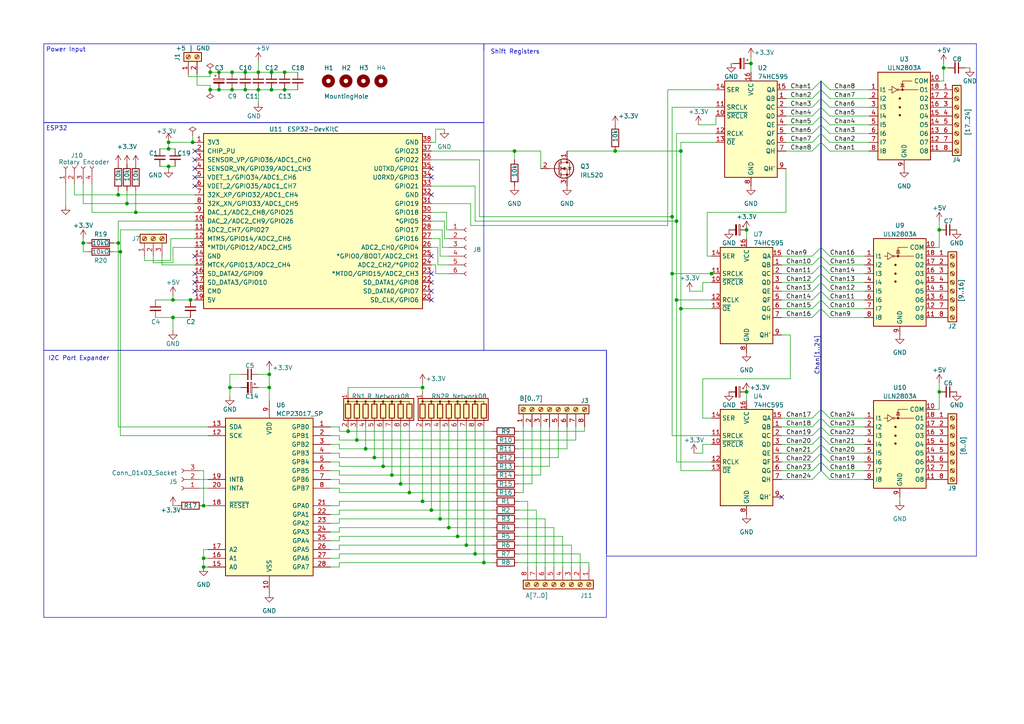
<source format=kicad_sch>
(kicad_sch (version 20230121) (generator eeschema)
  (paper "A4")
  (title_block (title "Workbench Controller") (date "2023-05-29") (rev "V.20230529.02"))
  (junction (at 71.12 26.035))
  (junction (at 137.795 160.655))
  (junction (at 50.165 86.995))
  (junction (at 34.29 70.485))
  (junction (at 48.895 43.18))
  (junction (at 196.215 86.995))
  (junction (at 103.505 127.635))
  (junction (at 197.485 43.815))
  (junction (at 82.55 20.955))
  (junction (at 60.96 20.955))
  (junction (at 55.88 41.275))
  (junction (at 216.535 66.675))
  (junction (at 100.965 125.095))
  (junction (at 34.925 73.025))
  (junction (at 67.31 26.035))
  (junction (at 125.095 147.955))
  (junction (at 78.74 20.955))
  (junction (at 217.805 18.415))
  (junction (at 59.055 164.465))
  (junction (at 135.255 158.115))
  (junction (at 206.375 79.375))
  (junction (at 272.415 113.665))
  (junction (at 60.96 26.035))
  (junction (at 48.895 41.275))
  (junction (at 197.485 89.535))
  (junction (at 59.055 161.925))
  (junction (at 130.175 153.035))
  (junction (at 140.335 163.195))
  (junction (at 273.685 19.685))
  (junction (at 59.055 146.685))
  (junction (at 122.555 145.415))
  (junction (at 127.635 150.495))
  (junction (at 272.415 66.675))
  (junction (at 55.245 86.995))
  (junction (at 82.55 26.035))
  (junction (at 74.93 20.955))
  (junction (at 132.715 155.575))
  (junction (at 194.945 62.865))
  (junction (at 63.5 20.955))
  (junction (at 113.665 137.795))
  (junction (at 71.12 20.955))
  (junction (at 78.105 112.395))
  (junction (at 111.125 135.255))
  (junction (at 216.535 113.665))
  (junction (at 48.895 48.26))
  (junction (at 122.555 112.395))
  (junction (at 194.945 79.375))
  (junction (at 50.165 92.075))
  (junction (at 36.83 59.055))
  (junction (at 74.93 26.035))
  (junction (at 24.13 70.485))
  (junction (at 66.675 112.395))
  (junction (at 106.045 130.175))
  (junction (at 108.585 132.715))
  (junction (at 116.205 140.335))
  (junction (at 178.435 43.815))
  (junction (at 34.29 56.515))
  (junction (at 78.105 108.585))
  (junction (at 63.5 26.035))
  (junction (at 149.225 43.815))
  (junction (at 67.31 20.955))
  (junction (at 118.745 142.875))
  (junction (at 78.74 26.035))
  (junction (at 39.37 61.595))
  (junction (at 196.215 64.135))
  (no_connect (at 56.515 46.355))
  (no_connect (at 56.515 81.915))
  (no_connect (at 56.515 48.895))
  (no_connect (at 56.515 43.815))
  (no_connect (at 125.095 51.435))
  (no_connect (at 125.095 86.995))
  (no_connect (at 56.515 51.435))
  (no_connect (at 125.095 48.895))
  (no_connect (at 125.095 79.375))
  (no_connect (at 125.095 84.455))
  (no_connect (at 56.515 53.975))
  (no_connect (at 56.515 79.375))
  (no_connect (at 56.515 84.455))
  (no_connect (at 125.095 56.515))
  (no_connect (at 56.515 74.295))
  (no_connect (at 226.695 144.145))
  (no_connect (at 125.095 81.915))
  (no_connect (at 125.095 74.295))
  (bus_entry (at 240.665 136.525) (size -2.54 -2.54))
  (bus_entry (at 235.585 38.735) (size 2.54 -2.54))
  (bus_entry (at 240.665 79.375) (size -2.54 -2.54))
  (bus_entry (at 240.665 131.445) (size -2.54 -2.54))
  (bus_entry (at 240.665 84.455) (size -2.54 -2.54))
  (bus_entry (at 235.585 139.065) (size 2.54 -2.54))
  (bus_entry (at 235.585 81.915) (size 2.54 -2.54))
  (bus_entry (at 240.665 89.535) (size -2.54 -2.54))
  (bus_entry (at 235.585 28.575) (size 2.54 -2.54))
  (bus_entry (at 235.585 86.995) (size 2.54 -2.54))
  (bus_entry (at 235.585 36.195) (size 2.54 -2.54))
  (bus_entry (at 235.585 131.445) (size 2.54 -2.54))
  (bus_entry (at 235.585 79.375) (size 2.54 -2.54))
  (bus_entry (at 240.665 128.905) (size -2.54 -2.54))
  (bus_entry (at 235.585 126.365) (size 2.54 -2.54))
  (bus_entry (at 235.585 89.535) (size 2.54 -2.54))
  (bus_entry (at 240.665 36.195) (size -2.54 -2.54))
  (bus_entry (at 235.585 123.825) (size 2.54 -2.54))
  (bus_entry (at 240.665 81.915) (size -2.54 -2.54))
  (bus_entry (at 235.585 84.455) (size 2.54 -2.54))
  (bus_entry (at 240.665 126.365) (size -2.54 -2.54))
  (bus_entry (at 240.665 92.075) (size -2.54 -2.54))
  (bus_entry (at 235.585 76.835) (size 2.54 -2.54))
  (bus_entry (at 235.585 92.075) (size 2.54 -2.54))
  (bus_entry (at 240.665 86.995) (size -2.54 -2.54))
  (bus_entry (at 240.665 31.115) (size -2.54 -2.54))
  (bus_entry (at 240.665 76.835) (size -2.54 -2.54))
  (bus_entry (at 240.665 33.655) (size -2.54 -2.54))
  (bus_entry (at 235.585 128.905) (size 2.54 -2.54))
  (bus_entry (at 235.585 74.295) (size 2.54 -2.54))
  (bus_entry (at 235.585 26.035) (size 2.54 -2.54))
  (bus_entry (at 235.585 121.285) (size 2.54 -2.54))
  (bus_entry (at 240.665 139.065) (size -2.54 -2.54))
  (bus_entry (at 240.665 28.575) (size -2.54 -2.54))
  (bus_entry (at 235.585 136.525) (size 2.54 -2.54))
  (bus_entry (at 235.585 43.815) (size 2.54 -2.54))
  (bus_entry (at 235.585 33.655) (size 2.54 -2.54))
  (bus_entry (at 235.585 41.275) (size 2.54 -2.54))
  (bus_entry (at 240.665 38.735) (size -2.54 -2.54))
  (bus_entry (at 235.585 133.985) (size 2.54 -2.54))
  (bus_entry (at 240.665 121.285) (size -2.54 -2.54))
  (bus_entry (at 240.665 74.295) (size -2.54 -2.54))
  (bus_entry (at 240.665 41.275) (size -2.54 -2.54))
  (bus_entry (at 240.665 26.035) (size -2.54 -2.54))
  (bus_entry (at 240.665 133.985) (size -2.54 -2.54))
  (bus_entry (at 235.585 31.115) (size 2.54 -2.54))
  (bus_entry (at 240.665 123.825) (size -2.54 -2.54))
  (bus_entry (at 240.665 43.815) (size -2.54 -2.54))
  (bus (pts (xy 238.125 128.905) (xy 238.125 126.365)))
  (wire (pts (xy 273.685 18.415) (xy 273.685 19.685)))
  (wire (pts (xy 137.795 160.655) (xy 142.875 160.655)))
  (wire (pts (xy 151.765 142.875) (xy 150.495 142.875)))
  (wire (pts (xy 216.535 113.665) (xy 216.535 116.205)))
  (wire (pts (xy 137.795 64.135) (xy 196.215 64.135)))
  (wire (pts (xy 36.83 59.055) (xy 56.515 59.055)))
  (wire (pts (xy 98.425 156.845) (xy 95.885 156.845)))
  (wire (pts (xy 95.885 154.305) (xy 98.425 154.305)))
  (bus (pts (xy 238.125 84.455) (xy 238.125 81.915)))
  (wire (pts (xy 60.96 24.765) (xy 60.96 26.035)))
  (wire (pts (xy 226.695 76.835) (xy 235.585 76.835)))
  (wire (pts (xy 116.205 140.335) (xy 142.875 140.335)))
  (wire (pts (xy 125.095 71.755) (xy 127 71.755)))
  (wire (pts (xy 128.905 64.135) (xy 125.095 64.135)))
  (wire (pts (xy 59.055 136.525) (xy 57.785 136.525)))
  (wire (pts (xy 197.485 136.525) (xy 206.375 136.525)))
  (bus (pts (xy 238.125 89.535) (xy 238.125 86.995)))
  (polyline (pts (xy 283.21 161.29) (xy 283.21 12.7)))
  (wire (pts (xy 197.485 89.535) (xy 206.375 89.535)))
  (wire (pts (xy 48.895 43.18) (xy 50.8 43.18)))
  (wire (pts (xy 74.93 108.585) (xy 78.105 108.585)))
  (wire (pts (xy 98.425 158.115) (xy 135.255 158.115)))
  (wire (pts (xy 240.665 136.525) (xy 250.825 136.525)))
  (wire (pts (xy 227.965 33.655) (xy 235.585 33.655)))
  (bus (pts (xy 238.125 133.985) (xy 238.125 131.445)))
  (wire (pts (xy 164.465 123.825) (xy 164.465 130.175)))
  (wire (pts (xy 98.425 160.655) (xy 98.425 161.925)))
  (wire (pts (xy 127.635 150.495) (xy 142.875 150.495)))
  (wire (pts (xy 203.835 121.285) (xy 206.375 121.285)))
  (wire (pts (xy 106.045 123.825) (xy 106.045 130.175)))
  (wire (pts (xy 103.505 123.825) (xy 103.505 127.635)))
  (wire (pts (xy 63.5 20.955) (xy 67.31 20.955)))
  (wire (pts (xy 95.885 133.985) (xy 98.425 133.985)))
  (wire (pts (xy 197.485 43.815) (xy 197.485 89.535)))
  (wire (pts (xy 103.505 127.635) (xy 142.875 127.635)))
  (wire (pts (xy 167.005 127.635) (xy 150.495 127.635)))
  (wire (pts (xy 44.45 76.2) (xy 44.45 74.295)))
  (wire (pts (xy 194.945 79.375) (xy 206.375 79.375)))
  (wire (pts (xy 126.365 79.375) (xy 130.175 79.375)))
  (wire (pts (xy 98.425 145.415) (xy 98.425 146.685)))
  (wire (pts (xy 34.29 64.135) (xy 56.515 64.135)))
  (wire (pts (xy 46.355 48.26) (xy 48.895 48.26)))
  (wire (pts (xy 127.635 123.825) (xy 127.635 150.495)))
  (wire (pts (xy 154.305 140.335) (xy 154.305 123.825)))
  (wire (pts (xy 227.965 28.575) (xy 235.585 28.575)))
  (wire (pts (xy 168.275 164.465) (xy 168.275 160.655)))
  (wire (pts (xy 273.685 19.685) (xy 273.685 23.495)))
  (bus (pts (xy 238.125 79.375) (xy 238.125 76.835)))
  (wire (pts (xy 50.165 76.2) (xy 44.45 76.2)))
  (wire (pts (xy 74.93 20.955) (xy 78.74 20.955)))
  (wire (pts (xy 126.365 37.465) (xy 126.365 41.275)))
  (wire (pts (xy 194.945 62.865) (xy 194.945 79.375)))
  (wire (pts (xy 216.535 66.675) (xy 216.535 69.215)))
  (wire (pts (xy 24.13 70.485) (xy 24.13 73.025)))
  (wire (pts (xy 113.665 123.825) (xy 113.665 137.795)))
  (wire (pts (xy 98.425 137.795) (xy 113.665 137.795)))
  (wire (pts (xy 163.195 155.575) (xy 150.495 155.575)))
  (wire (pts (xy 122.555 123.825) (xy 122.555 145.415)))
  (wire (pts (xy 116.205 123.825) (xy 116.205 140.335)))
  (wire (pts (xy 78.74 26.035) (xy 82.55 26.035)))
  (wire (pts (xy 217.805 18.415) (xy 217.805 20.955)))
  (wire (pts (xy 98.425 130.175) (xy 106.045 130.175)))
  (wire (pts (xy 98.425 139.065) (xy 98.425 140.335)))
  (wire (pts (xy 122.555 112.395) (xy 122.555 113.665)))
  (wire (pts (xy 98.425 155.575) (xy 98.425 156.845)))
  (wire (pts (xy 34.29 70.485) (xy 34.29 123.825)))
  (wire (pts (xy 205.105 74.295) (xy 206.375 74.295)))
  (bus (pts (xy 238.125 76.835) (xy 238.125 74.295)))
  (wire (pts (xy 108.585 123.825) (xy 108.585 132.715)))
  (wire (pts (xy 50.165 71.755) (xy 50.165 76.2)))
  (wire (pts (xy 229.235 109.855) (xy 203.835 109.855)))
  (wire (pts (xy 194.945 31.115) (xy 194.945 62.865)))
  (wire (pts (xy 240.665 131.445) (xy 250.825 131.445)))
  (wire (pts (xy 46.99 76.835) (xy 56.515 76.835)))
  (wire (pts (xy 128.905 37.465) (xy 126.365 37.465)))
  (bus (pts (xy 238.125 81.915) (xy 238.125 79.375)))
  (wire (pts (xy 125.095 76.835) (xy 126.365 76.835)))
  (wire (pts (xy 240.665 121.285) (xy 250.825 121.285)))
  (wire (pts (xy 50.165 85.725) (xy 50.165 86.995)))
  (wire (pts (xy 196.215 86.995) (xy 206.375 86.995)))
  (wire (pts (xy 55.88 39.37) (xy 55.88 41.275)))
  (bus (pts (xy 238.125 131.445) (xy 238.125 128.905)))
  (wire (pts (xy 226.695 133.985) (xy 235.585 133.985)))
  (wire (pts (xy 113.665 137.795) (xy 142.875 137.795)))
  (wire (pts (xy 66.675 108.585) (xy 66.675 112.395)))
  (wire (pts (xy 98.425 153.035) (xy 130.175 153.035)))
  (wire (pts (xy 129.54 66.675) (xy 130.175 66.675)))
  (wire (pts (xy 59.055 146.685) (xy 59.055 136.525)))
  (wire (pts (xy 39.37 61.595) (xy 56.515 61.595)))
  (wire (pts (xy 98.425 160.655) (xy 137.795 160.655)))
  (bus (pts (xy 238.125 41.275) (xy 238.125 71.755)))
  (wire (pts (xy 240.665 126.365) (xy 250.825 126.365)))
  (wire (pts (xy 125.095 69.215) (xy 127.635 69.215)))
  (wire (pts (xy 160.655 153.035) (xy 150.495 153.035)))
  (wire (pts (xy 272.415 111.125) (xy 272.415 113.665)))
  (wire (pts (xy 130.175 123.825) (xy 130.175 153.035)))
  (wire (pts (xy 125.095 123.825) (xy 125.095 147.955)))
  (wire (pts (xy 46.99 74.295) (xy 46.99 76.835)))
  (wire (pts (xy 57.15 21.59) (xy 57.15 24.765)))
  (wire (pts (xy 226.695 136.525) (xy 235.585 136.525)))
  (wire (pts (xy 272.415 23.495) (xy 273.685 23.495)))
  (polyline (pts (xy 140.335 12.7) (xy 140.335 14.605)))
  (wire (pts (xy 154.305 140.335) (xy 150.495 140.335)))
  (wire (pts (xy 82.55 26.035) (xy 86.36 26.035)))
  (wire (pts (xy 34.29 64.135) (xy 34.29 70.485)))
  (wire (pts (xy 226.695 121.285) (xy 235.585 121.285)))
  (wire (pts (xy 98.425 154.305) (xy 98.425 153.035)))
  (wire (pts (xy 200.025 84.455) (xy 203.835 84.455)))
  (wire (pts (xy 240.665 79.375) (xy 250.825 79.375)))
  (wire (pts (xy 98.425 141.605) (xy 98.425 142.875)))
  (wire (pts (xy 207.645 33.655) (xy 207.645 36.195)))
  (wire (pts (xy 98.425 140.335) (xy 116.205 140.335)))
  (wire (pts (xy 24.13 69.215) (xy 24.13 70.485)))
  (wire (pts (xy 98.425 161.925) (xy 95.885 161.925)))
  (wire (pts (xy 132.715 123.825) (xy 132.715 155.575)))
  (wire (pts (xy 111.125 135.255) (xy 142.875 135.255)))
  (wire (pts (xy 160.655 164.465) (xy 160.655 153.035)))
  (bus (pts (xy 238.125 136.525) (xy 238.125 133.985)))
  (wire (pts (xy 167.005 123.825) (xy 167.005 127.635)))
  (bus (pts (xy 238.125 86.995) (xy 238.125 84.455)))
  (wire (pts (xy 271.145 71.755) (xy 272.415 71.755)))
  (wire (pts (xy 66.675 112.395) (xy 66.675 114.935)))
  (wire (pts (xy 98.425 123.825) (xy 98.425 125.095)))
  (wire (pts (xy 126.365 76.835) (xy 126.365 79.375)))
  (wire (pts (xy 74.93 17.78) (xy 74.93 20.955)))
  (wire (pts (xy 128.905 69.215) (xy 128.905 64.135)))
  (wire (pts (xy 95.885 131.445) (xy 98.425 131.445)))
  (wire (pts (xy 196.215 86.995) (xy 196.215 133.985)))
  (wire (pts (xy 125.095 43.815) (xy 149.225 43.815)))
  (wire (pts (xy 205.105 61.595) (xy 227.965 61.595)))
  (wire (pts (xy 26.67 53.34) (xy 26.67 61.595)))
  (wire (pts (xy 207.645 79.375) (xy 206.375 79.375)))
  (wire (pts (xy 122.555 111.125) (xy 122.555 112.395)))
  (polyline (pts (xy 175.895 101.6) (xy 175.895 160.655)))
  (wire (pts (xy 122.555 145.415) (xy 142.875 145.415)))
  (wire (pts (xy 78.105 112.395) (xy 78.105 116.205)))
  (bus (pts (xy 238.125 36.195) (xy 238.125 33.655)))
  (wire (pts (xy 125.095 147.955) (xy 142.875 147.955)))
  (wire (pts (xy 240.665 26.035) (xy 252.095 26.035)))
  (wire (pts (xy 155.575 147.955) (xy 150.495 147.955)))
  (wire (pts (xy 240.665 36.195) (xy 252.095 36.195)))
  (polyline (pts (xy 283.21 12.7) (xy 140.335 12.7)))
  (wire (pts (xy 34.925 73.025) (xy 34.925 126.365)))
  (wire (pts (xy 82.55 20.955) (xy 86.36 20.955)))
  (wire (pts (xy 193.675 26.035) (xy 193.675 65.405)))
  (wire (pts (xy 240.665 81.915) (xy 250.825 81.915)))
  (wire (pts (xy 260.985 144.145) (xy 260.985 145.415)))
  (wire (pts (xy 46.355 43.18) (xy 48.895 43.18)))
  (wire (pts (xy 48.895 48.895) (xy 48.895 48.26)))
  (wire (pts (xy 272.415 113.665) (xy 272.415 118.745)))
  (wire (pts (xy 21.59 53.34) (xy 21.59 56.515)))
  (wire (pts (xy 55.88 41.275) (xy 56.515 41.275)))
  (wire (pts (xy 139.065 62.865) (xy 194.945 62.865)))
  (wire (pts (xy 45.085 86.995) (xy 50.165 86.995)))
  (wire (pts (xy 161.925 132.715) (xy 150.495 132.715)))
  (wire (pts (xy 127 71.755) (xy 127 76.835)))
  (wire (pts (xy 60.96 26.035) (xy 63.5 26.035)))
  (bus (pts (xy 238.125 89.535) (xy 238.125 118.745)))
  (polyline (pts (xy 140.335 101.6) (xy 175.895 101.6)))
  (wire (pts (xy 125.095 53.975) (xy 137.795 53.975)))
  (wire (pts (xy 98.425 142.875) (xy 118.745 142.875)))
  (wire (pts (xy 136.525 65.405) (xy 193.675 65.405)))
  (wire (pts (xy 95.885 164.465) (xy 98.425 164.465)))
  (wire (pts (xy 51.435 146.685) (xy 50.165 146.685)))
  (bus (pts (xy 238.125 126.365) (xy 238.125 123.825)))
  (wire (pts (xy 59.055 146.685) (xy 60.325 146.685)))
  (wire (pts (xy 153.035 164.465) (xy 153.035 145.415)))
  (wire (pts (xy 156.845 43.815) (xy 156.845 48.895)))
  (wire (pts (xy 39.37 55.245) (xy 39.37 61.595)))
  (wire (pts (xy 194.945 126.365) (xy 206.375 126.365)))
  (wire (pts (xy 127 76.835) (xy 130.175 76.835)))
  (wire (pts (xy 98.425 159.385) (xy 98.425 158.115)))
  (wire (pts (xy 156.845 137.795) (xy 150.495 137.795)))
  (wire (pts (xy 118.745 123.825) (xy 118.745 142.875)))
  (wire (pts (xy 272.415 64.135) (xy 272.415 66.675)))
  (wire (pts (xy 137.795 123.825) (xy 137.795 160.655)))
  (wire (pts (xy 126.365 41.275) (xy 125.095 41.275)))
  (wire (pts (xy 98.425 132.715) (xy 108.585 132.715)))
  (wire (pts (xy 240.665 128.905) (xy 250.825 128.905)))
  (wire (pts (xy 48.895 41.275) (xy 55.88 41.275)))
  (wire (pts (xy 98.425 128.905) (xy 98.425 130.175)))
  (wire (pts (xy 274.955 19.685) (xy 273.685 19.685)))
  (wire (pts (xy 226.695 79.375) (xy 235.585 79.375)))
  (wire (pts (xy 240.665 89.535) (xy 250.825 89.535)))
  (wire (pts (xy 50.165 86.995) (xy 55.245 86.995)))
  (wire (pts (xy 158.115 164.465) (xy 158.115 150.495)))
  (wire (pts (xy 226.695 74.295) (xy 235.585 74.295)))
  (wire (pts (xy 36.83 55.245) (xy 36.83 59.055)))
  (wire (pts (xy 60.96 22.225) (xy 60.96 20.955)))
  (wire (pts (xy 194.945 79.375) (xy 194.945 126.365)))
  (wire (pts (xy 207.645 36.195) (xy 202.565 36.195)))
  (wire (pts (xy 98.425 126.365) (xy 98.425 127.635)))
  (wire (pts (xy 55.245 86.995) (xy 56.515 86.995)))
  (wire (pts (xy 78.105 108.585) (xy 78.105 112.395)))
  (wire (pts (xy 196.215 38.735) (xy 196.215 64.135)))
  (wire (pts (xy 34.29 123.825) (xy 60.325 123.825)))
  (bus (pts (xy 238.125 38.735) (xy 238.125 36.195)))
  (wire (pts (xy 34.29 55.245) (xy 34.29 56.515)))
  (wire (pts (xy 203.835 131.445) (xy 201.295 131.445)))
  (wire (pts (xy 130.175 69.215) (xy 128.905 69.215)))
  (wire (pts (xy 226.695 131.445) (xy 235.585 131.445)))
  (wire (pts (xy 67.31 26.035) (xy 71.12 26.035)))
  (wire (pts (xy 78.105 107.315) (xy 78.105 108.585)))
  (wire (pts (xy 165.735 158.115) (xy 150.495 158.115)))
  (wire (pts (xy 240.665 76.835) (xy 250.825 76.835)))
  (wire (pts (xy 240.665 86.995) (xy 250.825 86.995)))
  (wire (pts (xy 159.385 123.825) (xy 159.385 135.255)))
  (bus (pts (xy 238.125 31.115) (xy 238.125 28.575)))
  (wire (pts (xy 59.055 161.925) (xy 59.055 159.385)))
  (wire (pts (xy 136.525 65.405) (xy 136.525 59.055)))
  (wire (pts (xy 34.925 66.675) (xy 56.515 66.675)))
  (wire (pts (xy 227.965 43.815) (xy 235.585 43.815)))
  (wire (pts (xy 60.325 141.605) (xy 57.785 141.605)))
  (wire (pts (xy 196.215 64.135) (xy 196.215 86.995)))
  (wire (pts (xy 135.255 158.115) (xy 142.875 158.115)))
  (wire (pts (xy 26.67 61.595) (xy 39.37 61.595)))
  (wire (pts (xy 24.13 59.055) (xy 36.83 59.055)))
  (wire (pts (xy 203.835 81.915) (xy 206.375 81.915)))
  (wire (pts (xy 98.425 164.465) (xy 98.425 163.195)))
  (wire (pts (xy 226.695 126.365) (xy 235.585 126.365)))
  (wire (pts (xy 226.695 97.155) (xy 229.235 97.155)))
  (wire (pts (xy 125.095 61.595) (xy 129.54 61.595)))
  (wire (pts (xy 240.665 123.825) (xy 250.825 123.825)))
  (polyline (pts (xy 175.895 161.29) (xy 283.21 161.29)))
  (wire (pts (xy 226.695 84.455) (xy 235.585 84.455)))
  (wire (pts (xy 140.335 163.195) (xy 142.875 163.195)))
  (wire (pts (xy 60.325 161.925) (xy 59.055 161.925)))
  (wire (pts (xy 59.055 164.465) (xy 59.055 161.925)))
  (wire (pts (xy 226.695 81.915) (xy 235.585 81.915)))
  (wire (pts (xy 240.665 133.985) (xy 250.825 133.985)))
  (wire (pts (xy 63.5 26.035) (xy 67.31 26.035)))
  (wire (pts (xy 95.885 126.365) (xy 98.425 126.365)))
  (bus (pts (xy 238.125 41.275) (xy 238.125 38.735)))
  (wire (pts (xy 98.425 125.095) (xy 100.965 125.095)))
  (wire (pts (xy 34.925 66.675) (xy 34.925 73.025)))
  (wire (pts (xy 197.485 89.535) (xy 197.485 136.525)))
  (wire (pts (xy 240.665 33.655) (xy 252.095 33.655)))
  (wire (pts (xy 127.635 69.215) (xy 127.635 74.295)))
  (wire (pts (xy 98.425 163.195) (xy 140.335 163.195)))
  (wire (pts (xy 170.815 164.465) (xy 170.815 163.195)))
  (wire (pts (xy 127.635 74.295) (xy 130.175 74.295)))
  (bus (pts (xy 238.125 71.755) (xy 238.125 74.295)))
  (wire (pts (xy 281.305 19.685) (xy 280.035 19.685)))
  (bus (pts (xy 238.125 121.285) (xy 238.125 118.745)))
  (wire (pts (xy 156.845 137.795) (xy 156.845 123.825)))
  (wire (pts (xy 95.885 139.065) (xy 98.425 139.065)))
  (wire (pts (xy 130.175 153.035) (xy 142.875 153.035)))
  (wire (pts (xy 164.465 43.815) (xy 178.435 43.815)))
  (wire (pts (xy 226.695 86.995) (xy 235.585 86.995)))
  (wire (pts (xy 205.105 61.595) (xy 205.105 74.295)))
  (wire (pts (xy 50.165 92.075) (xy 55.245 92.075)))
  (wire (pts (xy 19.05 53.34) (xy 19.05 59.69)))
  (wire (pts (xy 240.665 92.075) (xy 250.825 92.075)))
  (wire (pts (xy 34.29 56.515) (xy 56.515 56.515)))
  (wire (pts (xy 60.96 24.765) (xy 57.15 24.765)))
  (wire (pts (xy 139.065 46.355) (xy 139.065 62.865)))
  (bus (pts (xy 238.125 28.575) (xy 238.125 26.035)))
  (wire (pts (xy 98.425 127.635) (xy 103.505 127.635)))
  (wire (pts (xy 153.035 145.415) (xy 150.495 145.415)))
  (wire (pts (xy 203.835 109.855) (xy 203.835 121.285)))
  (wire (pts (xy 100.965 113.665) (xy 100.965 112.395)))
  (wire (pts (xy 98.425 146.685) (xy 95.885 146.685)))
  (wire (pts (xy 60.325 139.065) (xy 57.785 139.065)))
  (wire (pts (xy 272.415 66.675) (xy 272.415 71.755)))
  (wire (pts (xy 98.425 133.985) (xy 98.425 135.255)))
  (wire (pts (xy 66.675 112.395) (xy 69.85 112.395)))
  (wire (pts (xy 95.885 136.525) (xy 98.425 136.525)))
  (wire (pts (xy 71.12 26.035) (xy 74.93 26.035)))
  (wire (pts (xy 111.125 123.825) (xy 111.125 135.255)))
  (wire (pts (xy 100.965 112.395) (xy 122.555 112.395)))
  (wire (pts (xy 159.385 135.255) (xy 150.495 135.255)))
  (wire (pts (xy 164.465 130.175) (xy 150.495 130.175)))
  (wire (pts (xy 169.545 125.095) (xy 150.495 125.095)))
  (wire (pts (xy 240.665 84.455) (xy 250.825 84.455)))
  (wire (pts (xy 33.02 70.485) (xy 34.29 70.485)))
  (wire (pts (xy 240.665 139.065) (xy 250.825 139.065)))
  (wire (pts (xy 95.885 128.905) (xy 98.425 128.905)))
  (wire (pts (xy 128.27 66.675) (xy 128.27 71.755)))
  (wire (pts (xy 74.93 112.395) (xy 78.105 112.395)))
  (wire (pts (xy 25.4 70.485) (xy 24.13 70.485)))
  (wire (pts (xy 132.715 155.575) (xy 142.875 155.575)))
  (wire (pts (xy 98.425 145.415) (xy 122.555 145.415)))
  (wire (pts (xy 155.575 164.465) (xy 155.575 147.955)))
  (wire (pts (xy 226.695 123.825) (xy 235.585 123.825)))
  (wire (pts (xy 226.695 92.075) (xy 235.585 92.075)))
  (wire (pts (xy 178.435 43.815) (xy 197.485 43.815)))
  (wire (pts (xy 118.745 142.875) (xy 142.875 142.875)))
  (wire (pts (xy 170.815 163.195) (xy 150.495 163.195)))
  (wire (pts (xy 169.545 123.825) (xy 169.545 125.095)))
  (wire (pts (xy 125.095 46.355) (xy 139.065 46.355)))
  (wire (pts (xy 149.225 46.355) (xy 149.225 43.815)))
  (wire (pts (xy 71.12 20.955) (xy 74.93 20.955)))
  (wire (pts (xy 98.425 150.495) (xy 127.635 150.495)))
  (bus (pts (xy 238.125 33.655) (xy 238.125 31.115)))
  (wire (pts (xy 194.945 31.115) (xy 207.645 31.115)))
  (wire (pts (xy 227.965 26.035) (xy 235.585 26.035)))
  (wire (pts (xy 193.675 26.035) (xy 207.645 26.035)))
  (wire (pts (xy 98.425 135.255) (xy 111.125 135.255)))
  (wire (pts (xy 50.165 71.755) (xy 56.515 71.755)))
  (wire (pts (xy 240.665 43.815) (xy 252.095 43.815)))
  (wire (pts (xy 229.235 97.155) (xy 229.235 109.855)))
  (wire (pts (xy 24.13 73.025) (xy 25.4 73.025)))
  (wire (pts (xy 59.055 159.385) (xy 60.325 159.385)))
  (wire (pts (xy 227.965 48.895) (xy 227.965 61.595)))
  (wire (pts (xy 196.215 133.985) (xy 206.375 133.985)))
  (wire (pts (xy 49.53 69.215) (xy 56.515 69.215)))
  (wire (pts (xy 95.885 123.825) (xy 98.425 123.825)))
  (wire (pts (xy 74.93 26.035) (xy 74.93 29.845)))
  (wire (pts (xy 240.665 38.735) (xy 252.095 38.735)))
  (wire (pts (xy 227.965 38.735) (xy 235.585 38.735)))
  (wire (pts (xy 240.665 41.275) (xy 252.095 41.275)))
  (wire (pts (xy 125.095 66.675) (xy 128.27 66.675)))
  (wire (pts (xy 60.96 20.955) (xy 63.5 20.955)))
  (wire (pts (xy 165.735 164.465) (xy 165.735 158.115)))
  (wire (pts (xy 100.965 123.825) (xy 100.965 125.095)))
  (wire (pts (xy 197.485 41.275) (xy 197.485 43.815)))
  (wire (pts (xy 98.425 147.955) (xy 125.095 147.955)))
  (wire (pts (xy 140.335 123.825) (xy 140.335 163.195)))
  (wire (pts (xy 226.695 128.905) (xy 235.585 128.905)))
  (wire (pts (xy 203.835 128.905) (xy 203.835 131.445)))
  (wire (pts (xy 196.215 38.735) (xy 207.645 38.735)))
  (wire (pts (xy 108.585 132.715) (xy 142.875 132.715)))
  (wire (pts (xy 137.795 53.975) (xy 137.795 64.135)))
  (wire (pts (xy 95.885 151.765) (xy 98.425 151.765)))
  (wire (pts (xy 33.02 73.025) (xy 34.925 73.025)))
  (wire (pts (xy 74.93 26.035) (xy 78.74 26.035)))
  (wire (pts (xy 95.885 149.225) (xy 98.425 149.225)))
  (wire (pts (xy 135.255 123.825) (xy 135.255 158.115)))
  (bus (pts (xy 238.125 123.825) (xy 238.125 121.285)))
  (wire (pts (xy 49.53 69.215) (xy 49.53 75.565)))
  (wire (pts (xy 48.895 48.26) (xy 50.8 48.26)))
  (wire (pts (xy 168.275 160.655) (xy 150.495 160.655)))
  (wire (pts (xy 34.925 126.365) (xy 60.325 126.365)))
  (bus (pts (xy 238.125 26.035) (xy 238.125 23.495)))
  (wire (pts (xy 226.695 89.535) (xy 235.585 89.535)))
  (wire (pts (xy 60.325 164.465) (xy 59.055 164.465)))
  (wire (pts (xy 69.85 108.585) (xy 66.675 108.585)))
  (wire (pts (xy 49.53 75.565) (xy 41.91 75.565)))
  (wire (pts (xy 151.765 123.825) (xy 151.765 142.875)))
  (wire (pts (xy 106.045 130.175) (xy 142.875 130.175)))
  (wire (pts (xy 41.91 75.565) (xy 41.91 74.295)))
  (wire (pts (xy 98.425 149.225) (xy 98.425 147.955)))
  (wire (pts (xy 95.885 159.385) (xy 98.425 159.385)))
  (wire (pts (xy 21.59 56.515) (xy 34.29 56.515)))
  (wire (pts (xy 100.965 125.095) (xy 142.875 125.095)))
  (wire (pts (xy 227.965 31.115) (xy 235.585 31.115)))
  (wire (pts (xy 240.665 28.575) (xy 252.095 28.575)))
  (wire (pts (xy 271.145 118.745) (xy 272.415 118.745)))
  (wire (pts (xy 212.09 18.415) (xy 212.725 18.415)))
  (wire (pts (xy 24.13 53.34) (xy 24.13 59.055)))
  (wire (pts (xy 136.525 59.055) (xy 125.095 59.055)))
  (wire (pts (xy 129.54 61.595) (xy 129.54 66.675)))
  (wire (pts (xy 161.925 123.825) (xy 161.925 132.715)))
  (wire (pts (xy 78.74 20.955) (xy 82.55 20.955)))
  (wire (pts (xy 226.695 139.065) (xy 235.585 139.065)))
  (wire (pts (xy 50.165 92.075) (xy 50.165 95.885)))
  (wire (pts (xy 128.27 71.755) (xy 130.175 71.755)))
  (wire (pts (xy 67.31 20.955) (xy 71.12 20.955)))
  (wire (pts (xy 98.425 150.495) (xy 98.425 151.765)))
  (wire (pts (xy 95.885 141.605) (xy 98.425 141.605)))
  (wire (pts (xy 98.425 131.445) (xy 98.425 132.715)))
  (wire (pts (xy 48.895 41.275) (xy 48.895 43.18)))
  (wire (pts (xy 54.61 21.59) (xy 54.61 22.225)))
  (wire (pts (xy 163.195 164.465) (xy 163.195 155.575)))
  (wire (pts (xy 54.61 22.225) (xy 60.96 22.225)))
  (wire (pts (xy 227.965 36.195) (xy 235.585 36.195)))
  (wire (pts (xy 98.425 155.575) (xy 132.715 155.575)))
  (wire (pts (xy 227.965 41.275) (xy 235.585 41.275)))
  (wire (pts (xy 149.225 43.815) (xy 156.845 43.815)))
  (wire (pts (xy 240.665 31.115) (xy 252.095 31.115)))
  (wire (pts (xy 206.375 128.905) (xy 203.835 128.905)))
  (wire (pts (xy 240.665 74.295) (xy 250.825 74.295)))
  (wire (pts (xy 207.645 41.275) (xy 197.485 41.275)))
  (wire (pts (xy 98.425 136.525) (xy 98.425 137.795)))
  (wire (pts (xy 45.085 92.075) (xy 50.165 92.075)))
  (wire (pts (xy 217.805 16.51) (xy 217.805 18.415)))
  (wire (pts (xy 158.115 150.495) (xy 150.495 150.495)))
  (wire (pts (xy 203.835 84.455) (xy 203.835 81.915)))
  (rectangle (start 12.7 12.7) (end 140.335 35.56))
  (rectangle (start 12.7 101.6) (end 175.895 179.07))
  (rectangle (start 12.7 35.56) (end 140.335 101.6))
  (text "ESP32" (at 13.335 38.1 0) (effects (font (size 1.27 1.27)) (justify left bottom)))
  (text "Power Input\n" (at 13.335 15.24 0) (effects (font (size 1.27 1.27)) (justify left bottom)))
  (text "Shift Registers" (at 142.24 15.875 0) (effects (font (size 1.27 1.27)) (justify left bottom)))
  (text "I2C Port Expander\n" (at 13.97 104.775 0) (effects (font (size 1.27 1.27)) (justify left bottom)))
  (label "Chan15" (at 227.965 89.535 0))
  (label "Chan10" (at 240.665 89.535 0))
  (label "Chan8" (at 229.235 43.815 0))
  (label "Chan14" (at 227.965 86.995 0))
  (label "Chan9" (at 240.665 92.075 0))
  (label "Chan6" (at 241.935 31.115 0))
  (label "Chan4" (at 241.935 36.195 0))
  (label "Chan18" (at 227.965 123.825 0))
  (label "Chan7" (at 241.935 28.575 0))
  (label "Chan23" (at 240.665 123.825 0))
  (label "Chan20" (at 227.965 128.905 0))
  (label "Chan24" (at 240.665 121.285 0))
  (label "Chan1" (at 241.935 43.815 0))
  (label "Chan13" (at 227.965 84.455 0))
  (label "Chan10" (at 227.965 76.835 0))
  (label "Chan19" (at 227.965 126.365 0))
  (label "Chan17" (at 227.965 121.285 0))
  (label "Chan7" (at 229.235 41.275 0))
  (label "Chan2" (at 229.235 28.575 0))
  (label "Chan24" (at 227.965 139.065 0))
  (label "Chan12" (at 227.965 81.915 0))
  (label "Chan13" (at 240.665 81.915 0))
  (label "Chan17" (at 240.665 139.065 0))
  (label "Chan11" (at 227.965 79.375 0))
  (label "Chan21" (at 227.965 131.445 0))
  (label "Chan4" (at 229.235 33.655 0))
  (label "Chan16" (at 240.665 74.295 0))
  (label "Chan8" (at 241.935 26.035 0))
  (label "Chan3" (at 229.235 31.115 0))
  (label "Chan1" (at 229.235 26.035 0))
  (label "Chan5" (at 229.235 36.195 0))
  (label "Chan12" (at 240.665 84.455 0))
  (label "Chan18" (at 240.665 136.525 0))
  (label "Chan3" (at 241.935 38.735 0))
  (label "Chan2" (at 241.935 41.275 0))
  (label "Chan11" (at 240.665 86.995 0))
  (label "Chan22" (at 227.965 133.985 0))
  (label "Chan23" (at 227.965 136.525 0))
  (label "Chan21" (at 240.665 128.905 0))
  (label "Chan14" (at 240.665 79.375 0))
  (label "Chan15" (at 240.665 76.835 0))
  (label "Chan5" (at 241.935 33.655 0))
  (label "Chan16" (at 227.965 92.075 0))
  (label "Chan20" (at 240.665 131.445 0))
  (label "Chan6" (at 229.235 38.735 0))
  (label "Chan[1..24]" (at 238.125 108.585 90))
  (label "Chan9" (at 227.965 74.295 0))
  (label "Chan19" (at 240.665 133.985 0))
  (label "Chan22" (at 240.665 126.365 0))
  (symbol (lib_id "Device:C_Small") (at 71.12 23.495 0) (unit 1)
    (property "Reference" "C10" (at 69.215 19.685 0) (effects (justify left)))
    (property "Value" "C" (effects hide))
    (property "Footprint" "Capacitor_SMD:C_1210_3225Metric_Pad1.33x2.70mm_HandSolder" (effects hide))
  )
  (symbol (lib_id "power:PWR_FLAG") (at 55.88 39.37 0) (unit 1)
    (property "Reference" "#FLG03" (effects hide))
    (property "Value" "PWR_FLAG" (effects hide))
  )
  (symbol (lib_id "Mechanical:MountingHole") (at 95.25 23.495 0) (unit 1)
    (property "Reference" "H1" (at 93.98 19.685 0) (effects (justify left)))
    (property "Value" "MountingHole" (at 93.98 27.94 0) (effects (justify left)))
    (property "Footprint" "MountingHole:MountingHole_4.3mm_M4_Pad_Via" (effects hide))
  )
  (symbol (lib_id "Connector:Conn_01x03_Socket") (at 52.705 139.065 180) (unit 1)
    (property "Reference" "J5" (at 51.435 139.7 0) (effects (justify left)))
    (property "Value" "Conn_01x03_Socket" (at 51.435 137.16 0) (effects (justify left)))
    (property "Footprint" "Connector_PinHeader_2.54mm:PinHeader_1x03_P2.54mm_Vertical" (effects hide))
  )
  (symbol (lib_id "Device:C_Polarized_Small") (at 213.995 66.675 270) (unit 1)
    (property "Reference" "C15" (effects hide))
    (property "Value" "10uF" (effects hide))
    (property "Footprint" "Capacitor_THT:CP_Radial_D6.3mm_P2.50mm" (effects hide))
    (property "Field4" "Do not connect" (effects hide))
  )
  (symbol (lib_id "power:GND") (at 277.495 113.665 0) (unit 1)
    (property "Reference" "#PWR019" (effects hide))
    (property "Value" "GND" (at 277.495 117.475 0))
  )
  (symbol (lib_id "power:+3.3V") (at 36.83 47.625 0) (unit 1)
    (property "Reference" "#PWR036" (effects hide))
    (property "Value" "+3.3V" (effects hide))
  )
  (symbol (lib_id "power:GND") (at 48.895 48.895 0) (unit 1)
    (property "Reference" "#PWR016" (effects hide))
    (property "Value" "GND" (at 45.085 50.8 0))
  )
  (symbol (lib_id "Device:C_Polarized_Small") (at 72.39 112.395 270) (unit 1)
    (property "Reference" "C14" (at 71.12 114.935 90) (effects (justify left)))
    (property "Value" "10uF" (effects hide))
    (property "Footprint" "Capacitor_THT:CP_Radial_D6.3mm_P2.50mm" (effects hide))
    (property "Field4" "Do not connect" (effects hide))
  )
  (symbol (lib_id "Device:R") (at 146.685 153.035 90) (unit 1)
    (property "Reference" "R4" (at 146.685 153.035 90))
    (property "Value" "R" (effects hide))
    (property "Footprint" "Resistor_THT:R_Axial_DIN0207_L6.3mm_D2.5mm_P7.62mm_Horizontal" (effects hide))
  )
  (symbol (lib_id "Transistor_Array:ULN2803A") (at 260.985 79.375 0) (unit 1)
    (property "Reference" "U9" (at 260.985 65.405 0))
    (property "Value" "ULN2803A" (at 260.985 67.945 0))
    (property "Footprint" "Package_DIP:DIP-18_W7.62mm_LongPads" (effects hide))
    (property "Datasheet" "http://www.ti.com/lit/ds/symlink/uln2803a.pdf" (effects hide))
  )
  (symbol (lib_id "Connector:Screw_Terminal_01x02") (at 54.61 16.51 90) (unit 1)
    (property "Reference" "J1" (at 51.435 17.78 0) (effects (justify left)))
    (property "Value" "+5 | GND" (at 60.96 13.97 90) (effects (justify left)))
    (property "Footprint" "TerminalBlock_Phoenix:TerminalBlock_Phoenix_MKDS-3-2-5.08_1x02_P5.08mm_Horizontal" (effects hide))
  )
  (symbol (lib_id "Device:R") (at 146.685 155.575 90) (unit 1)
    (property "Reference" "R5" (at 146.685 155.575 90))
    (property "Value" "R" (effects hide))
    (property "Footprint" "Resistor_THT:R_Axial_DIN0207_L6.3mm_D2.5mm_P7.62mm_Horizontal" (effects hide))
  )
  (symbol (lib_id "Device:R") (at 146.685 158.115 90) (unit 1)
    (property "Reference" "R6" (at 146.685 158.115 90))
    (property "Value" "R" (effects hide))
    (property "Footprint" "Resistor_THT:R_Axial_DIN0207_L6.3mm_D2.5mm_P7.62mm_Horizontal" (effects hide))
  )
  (symbol (lib_id "Device:R") (at 39.37 51.435 0) (unit 1)
    (property "Reference" "R35" (effects hide))
    (property "Value" "10k" (at 39.37 52.705 90) (effects (justify left)))
    (property "Footprint" "Resistor_THT:R_Axial_DIN0207_L6.3mm_D2.5mm_P7.62mm_Horizontal" (effects hide))
  )
  (symbol (lib_id "power:+3.3V") (at 48.895 41.275 0) (unit 1)
    (property "Reference" "#PWR02" (effects hide))
    (property "Value" "+3.3V" (at 48.26 38.1 0))
  )
  (symbol (lib_id "power:+3.3V") (at 216.535 113.665 0) (unit 1)
    (property "Reference" "#PWR042" (effects hide))
    (property "Value" "+3.3V" (at 220.345 112.395 0))
  )
  (symbol (lib_id "Interface_Expansion:MCP23017_SP") (at 78.105 144.145 0) (unit 1)
    (property "Reference" "U6" (at 80.0609 117.475 0) (effects (justify left)))
    (property "Value" "MCP23017_SP" (at 80.0609 120.015 0) (effects (justify left)))
    (property "Footprint" "Package_DIP:DIP-28_W7.62mm" (effects hide))
    (property "Datasheet" "http://ww1.microchip.com/downloads/en/DeviceDoc/20001952C.pdf" (effects hide))
  )
  (symbol (lib_id "power:GND") (at 262.255 48.895 0) (unit 1)
    (property "Reference" "#PWR014" (effects hide))
    (property "Value" "GND" (at 262.255 53.975 0))
  )
  (symbol (lib_id "power:GND") (at 260.985 97.155 0) (unit 1)
    (property "Reference" "#PWR09" (effects hide))
    (property "Value" "GND" (at 260.985 102.235 0))
  )
  (symbol (lib_id "power:PWR_FLAG") (at 60.96 20.955 0) (unit 1)
    (property "Reference" "#FLG01" (effects hide))
    (property "Value" "PWR_FLAG" (effects hide))
  )
  (symbol (lib_id "Device:C_Polarized_Small") (at 215.265 18.415 270) (unit 1)
    (property "Reference" "C17" (effects hide))
    (property "Value" "10uF" (effects hide))
    (property "Footprint" "Capacitor_THT:CP_Radial_D6.3mm_P2.50mm" (effects hide))
    (property "Field4" "Do not connect" (effects hide))
  )
  (symbol (lib_id "Device:R") (at 146.685 150.495 90) (unit 1)
    (property "Reference" "R3" (at 146.685 150.495 90))
    (property "Value" "R" (effects hide))
    (property "Footprint" "Resistor_THT:R_Axial_DIN0207_L6.3mm_D2.5mm_P7.62mm_Horizontal" (effects hide))
  )
  (symbol (lib_id "Mechanical:MountingHole") (at 100.33 23.495 0) (unit 1)
    (property "Reference" "H2" (at 99.06 19.685 0) (effects (justify left)))
    (property "Value" "MountingHole" (effects hide))
    (property "Footprint" "MountingHole:MountingHole_4.3mm_M4_Pad_Via" (effects hide))
  )
  (symbol (lib_id "power:+3.3V") (at 217.805 16.51 0) (unit 1)
    (property "Reference" "#PWR030" (effects hide))
    (property "Value" "+3.3V" (at 221.615 15.24 0))
  )
  (symbol (lib_id "Device:C_Polarized_Small") (at 63.5 23.495 0) (unit 1)
    (property "Reference" "C3" (at 62.23 19.685 0) (effects (justify left)))
    (property "Value" "10uF" (effects hide))
    (property "Footprint" "Capacitor_THT:CP_Radial_D6.3mm_P2.50mm" (effects hide))
    (property "Field4" "Do not connect" (effects hide))
  )
  (symbol (lib_id "power:GND") (at 277.495 66.675 0) (unit 1)
    (property "Reference" "#PWR022" (effects hide))
    (property "Value" "GND" (at 277.495 70.485 0))
  )
  (symbol (lib_id "Device:R_Network08") (at 132.715 118.745 0) (unit 1)
    (property "Reference" "RN2" (at 125.095 114.935 0) (effects (justify left)))
    (property "Value" "R_Network08" (at 128.905 114.935 0) (effects (justify left)))
    (property "Footprint" "Resistor_THT:R_Array_SIP9" (effects hide))
    (property "Datasheet" "http://www.vishay.com/docs/31509/csc.pdf" (effects hide))
  )
  (symbol (lib_id "Device:R") (at 146.685 135.255 90) (unit 1)
    (property "Reference" "R13" (at 146.685 135.255 90))
    (property "Value" "R" (effects hide))
    (property "Footprint" "Resistor_THT:R_Axial_DIN0207_L6.3mm_D2.5mm_P7.62mm_Horizontal" (effects hide))
  )
  (symbol (lib_id "Connector:Screw_Terminal_01x08") (at 159.385 118.745 90) (unit 1)
    (property "Reference" "J3" (at 170.815 116.205 90) (effects (justify left)))
    (property "Value" "B[0..7]" (at 157.48 115.57 90) (effects (justify left)))
    (property "Footprint" "TerminalBlock_Phoenix:TerminalBlock_Phoenix_MKDS-3-8-5.08_1x08_P5.08mm_Horizontal" (effects hide))
  )
  (symbol (lib_id "Device:C_Small") (at 46.355 45.72 0) (unit 1)
    (property "Reference" "C1" (at 43.18 44.45 0) (effects (justify left)))
    (property "Value" "C" (effects hide))
    (property "Footprint" "Capacitor_THT:C_Disc_D5.1mm_W3.2mm_P5.00mm" (effects hide))
  )
  (symbol (lib_id "Transistor_Array:ULN2803A") (at 262.255 31.115 0) (unit 1)
    (property "Reference" "U3" (at 262.255 17.145 0))
    (property "Value" "ULN2803A" (at 262.255 19.685 0))
    (property "Footprint" "Package_DIP:DIP-18_W7.62mm_LongPads" (effects hide))
    (property "Datasheet" "http://www.ti.com/lit/ds/symlink/uln2803a.pdf" (effects hide))
  )
  (symbol (lib_id "Device:R") (at 146.685 130.175 90) (unit 1)
    (property "Reference" "R11" (at 146.685 130.175 90))
    (property "Value" "R" (effects hide))
    (property "Footprint" "Resistor_THT:R_Axial_DIN0207_L6.3mm_D2.5mm_P7.62mm_Horizontal" (effects hide))
  )
  (symbol (lib_id "power:GND") (at 216.535 102.235 0) (unit 1)
    (property "Reference" "#PWR010" (effects hide))
    (property "Value" "GND" (at 216.535 107.315 0))
  )
  (symbol (lib_id "power:+3.3V") (at 178.435 36.195 0) (unit 1)
    (property "Reference" "#PWR046" (effects hide))
    (property "Value" "+3.3V" (at 182.245 33.655 0))
  )
  (symbol (lib_id "Transistor_FET:IRL6283M") (at 161.925 48.895 0) (unit 1)
    (property "Reference" "Q3" (at 168.275 48.26 0) (effects (justify left)))
    (property "Value" "IRL520" (at 168.275 50.8 0) (effects (justify left)))
    (property "Footprint" "Package_TO_SOT_THT:TO-220-3_Vertical" (effects hide))
    (property "Datasheet" "https://www.infineon.com/dgdl/irl6283mpbf.pdf?fileId=5546d462533600a40153565fe9452573" (effects hide))
  )
  (symbol (lib_id "Mechanical:MountingHole") (at 110.49 23.495 0) (unit 1)
    (property "Reference" "H4" (at 109.22 19.685 0) (effects (justify left)))
    (property "Value" "MountingHole" (effects hide))
    (property "Footprint" "MountingHole:MountingHole_4.3mm_M4_Pad_Via" (effects hide))
  )
  (symbol (lib_id "Device:R") (at 36.83 51.435 0) (unit 1)
    (property "Reference" "R22" (effects hide))
    (property "Value" "10k" (at 36.83 52.705 90) (effects (justify left)))
    (property "Footprint" "Resistor_THT:R_Axial_DIN0207_L6.3mm_D2.5mm_P7.62mm_Horizontal" (effects hide))
  )
  (symbol (lib_id "power:GND") (at 74.93 29.845 0) (unit 1)
    (property "Reference" "#PWR06" (effects hide))
    (property "Value" "GND" (at 73.66 33.655 0))
  )
  (symbol (lib_id "Device:C_Small") (at 78.74 23.495 0) (unit 1)
    (property "Reference" "C12" (at 76.835 19.685 0) (effects (justify left)))
    (property "Value" "C" (effects hide))
    (property "Footprint" "Capacitor_SMD:C_1210_3225Metric_Pad1.33x2.70mm_HandSolder" (effects hide))
  )
  (symbol (lib_id "Device:R") (at 149.225 50.165 0) (unit 1)
    (property "Reference" "R52" (effects hide))
    (property "Value" "10k" (at 149.225 51.435 90) (effects (justify left)))
    (property "Footprint" "Resistor_THT:R_Axial_DIN0207_L6.3mm_D2.5mm_P7.62mm_Horizontal" (effects hide))
  )
  (symbol (lib_id "power:GND") (at 66.675 114.935 0) (mirror y) (unit 1)
    (property "Reference" "#PWR039" (effects hide))
    (property "Value" "GND" (at 66.675 118.745 0))
  )
  (symbol (lib_id "Device:R") (at 146.685 125.095 90) (unit 1)
    (property "Reference" "R9" (at 146.685 125.095 90))
    (property "Value" "R" (effects hide))
    (property "Footprint" "Resistor_THT:R_Axial_DIN0207_L6.3mm_D2.5mm_P7.62mm_Horizontal" (effects hide))
  )
  (symbol (lib_id "Device:R") (at 146.685 145.415 90) (unit 1)
    (property "Reference" "R1" (at 146.685 145.415 90))
    (property "Value" "R" (effects hide))
    (property "Footprint" "Resistor_THT:R_Axial_DIN0207_L6.3mm_D2.5mm_P7.62mm_Horizontal" (effects hide))
  )
  (symbol (lib_id "power:+5V") (at 272.415 64.135 0) (unit 1)
    (property "Reference" "#PWR021" (effects hide))
    (property "Value" "+5V" (at 272.415 60.325 0))
  )
  (symbol (lib_id "Device:C_Small") (at 277.495 19.685 270) (unit 1)
    (property "Reference" "C8" (at 276.225 17.145 90) (effects (justify left)))
    (property "Value" "C" (effects hide))
    (property "Footprint" "Capacitor_SMD:C_1210_3225Metric_Pad1.33x2.70mm_HandSolder" (effects hide))
  )
  (symbol (lib_id "power:GND") (at 128.905 37.465 0) (unit 1)
    (property "Reference" "#PWR01" (effects hide))
    (property "Value" "GND" (at 128.905 42.545 0))
  )
  (symbol (lib_id "power:GND") (at 59.055 164.465 0) (unit 1)
    (property "Reference" "#PWR018" (effects hide))
    (property "Value" "GND" (at 59.055 169.545 0))
  )
  (symbol (lib_id "power:GND") (at 212.09 18.415 0) (unit 1)
    (property "Reference" "#PWR04" (effects hide))
    (property "Value" "GND" (at 212.09 22.225 0))
  )
  (symbol (lib_id "Device:C_Small") (at 45.085 89.535 0) (unit 1)
    (property "Reference" "C4" (at 43.815 93.345 0) (effects (justify left)))
    (property "Value" "C" (effects hide))
    (property "Footprint" "Capacitor_SMD:C_1210_3225Metric_Pad1.33x2.70mm_HandSolder" (effects hide))
  )
  (symbol (lib_id "Device:R") (at 146.685 160.655 90) (unit 1)
    (property "Reference" "R7" (at 146.685 160.655 90))
    (property "Value" "R" (effects hide))
    (property "Footprint" "Resistor_THT:R_Axial_DIN0207_L6.3mm_D2.5mm_P7.62mm_Horizontal" (effects hide))
  )
  (symbol (lib_id "power:GND") (at 211.455 66.675 0) (unit 1)
    (property "Reference" "#PWR040" (effects hide))
    (property "Value" "GND" (at 211.455 70.485 0))
  )
  (symbol (lib_id "power:+3.3V") (at 201.295 131.445 0) (unit 1)
    (property "Reference" "#PWR045" (effects hide))
    (property "Value" "+3.3V" (at 201.295 127.635 0))
  )
  (symbol (lib_id "power:GND") (at 19.05 59.69 0) (unit 1)
    (property "Reference" "#PWR034" (effects hide))
    (property "Value" "GND" (effects hide))
  )
  (symbol (lib_id "Connector:Conn_01x04_Socket") (at 21.59 48.26 90) (unit 1)
    (property "Reference" "J10" (at 24.13 45.085 90) (effects (justify left)))
    (property "Value" "Rotary Encoder" (at 31.75 46.99 90) (effects (justify left)))
    (property "Footprint" "TerminalBlock_Phoenix:TerminalBlock_Phoenix_MKDS-3-4-5.08_1x04_P5.08mm_Horizontal" (effects hide))
  )
  (symbol (lib_id "Device:R") (at 29.21 70.485 90) (unit 1)
    (property "Reference" "R19" (at 29.21 67.945 90))
    (property "Value" "10kΩ" (at 29.21 70.485 90))
    (property "Footprint" "Resistor_THT:R_Axial_DIN0207_L6.3mm_D2.5mm_P7.62mm_Horizontal" (effects hide))
    (property "Datasheet" "0603WAF1002T5E" (effects hide))
    (property "JLCPCB" "C25804" (effects hide))
  )
  (symbol (lib_id "power:+5V") (at 272.415 111.125 0) (unit 1)
    (property "Reference" "#PWR033" (effects hide))
    (property "Value" "+5V" (at 272.415 107.315 0))
  )
  (symbol (lib_id "Device:C_Small") (at 82.55 23.495 0) (unit 1)
    (property "Reference" "C13" (at 80.645 27.94 0) (effects (justify left)))
    (property "Value" "C" (effects hide))
    (property "Footprint" "Capacitor_SMD:C_1210_3225Metric_Pad1.33x2.70mm_HandSolder" (effects hide))
  )
  (symbol (lib_id "power:GND") (at 50.165 95.885 0) (unit 1)
    (property "Reference" "#PWR017" (effects hide))
    (property "Value" "GND" (at 50.165 99.695 0))
  )
  (symbol (lib_id "Device:R") (at 146.685 137.795 90) (unit 1)
    (property "Reference" "R14" (at 146.685 137.795 90))
    (property "Value" "R" (effects hide))
    (property "Footprint" "Resistor_THT:R_Axial_DIN0207_L6.3mm_D2.5mm_P7.62mm_Horizontal" (effects hide))
  )
  (symbol (lib_id "power:GND") (at 281.305 19.685 0) (unit 1)
    (property "Reference" "#PWR023" (effects hide))
    (property "Value" "GND" (at 281.305 23.495 0))
  )
  (symbol (lib_id "Esp:ESP32-DevKitC") (at 89.535 64.135 0) (unit 1)
    (property "Reference" "U11" (at 80.01 37.465 0))
    (property "Value" "ESP32-DevKitC" (at 90.805 37.465 0))
    (property "Footprint" "Esp:ESP32-DevKitC" (effects hide))
    (property "Datasheet" "https://docs.espressif.com/projects/esp-idf/zh_CN/latest/esp32/hw-reference/esp32/get-started-devkitc.html" (effects hide))
  )
  (symbol (lib_id "74xx:74HC595") (at 217.805 36.195 0) (unit 1)
    (property "Reference" "U2" (at 219.7609 19.685 0) (effects (justify left)))
    (property "Value" "74HC595" (at 219.7609 22.225 0) (effects (justify left)))
    (property "Footprint" "Package_DIP:DIP-16_W7.62mm_Socket_LongPads" (effects hide))
    (property "Datasheet" "http://www.ti.com/lit/ds/symlink/sn74hc595.pdf" (effects hide))
  )
  (symbol (lib_id "power:+3.3V") (at 24.13 69.215 0) (unit 1)
    (property "Reference" "#PWR020" (effects hide))
    (property "Value" "+3.3V" (at 24.13 65.405 0))
  )
  (symbol (lib_id "Device:C_Small") (at 74.93 23.495 0) (unit 1)
    (property "Reference" "C11" (at 71.12 27.94 0) (effects (justify left)))
    (property "Value" "C" (effects hide))
    (property "Footprint" "Capacitor_SMD:C_1210_3225Metric_Pad1.33x2.70mm_HandSolder" (effects hide))
  )
  (symbol (lib_id "Connector:Screw_Terminal_01x08") (at 277.495 33.655 0) (unit 1)
    (property "Reference" "J4" (at 276.225 46.355 0) (effects (justify left)))
    (property "Value" "[17..24]" (at 280.67 39.37 90) (effects (justify left)))
    (property "Footprint" "TerminalBlock_Phoenix:TerminalBlock_Phoenix_MKDS-3-8-5.08_1x08_P5.08mm_Horizontal" (effects hide))
  )
  (symbol (lib_id "power:+5V") (at 50.165 85.725 0) (unit 1)
    (property "Reference" "#PWR07" (effects hide))
    (property "Value" "+5V" (at 50.165 81.915 0))
  )
  (symbol (lib_id "Device:C_Small") (at 67.31 23.495 0) (unit 1)
    (property "Reference" "C9" (at 66.04 27.94 0) (effects (justify left)))
    (property "Value" "C" (effects hide))
    (property "Footprint" "Capacitor_SMD:C_1210_3225Metric_Pad1.33x2.70mm_HandSolder" (effects hide))
  )
  (symbol (lib_id "Connector:Screw_Terminal_01x03") (at 44.45 69.215 90) (unit 1)
    (property "Reference" "J7" (at 40.64 69.215 90) (effects (justify left)))
    (property "Value" "Led-13-12-14" (effects hide))
    (property "Footprint" "TerminalBlock_Phoenix:TerminalBlock_Phoenix_MKDS-3-3-5.08_1x03_P5.08mm_Horizontal" (effects hide))
  )
  (symbol (lib_id "Device:R") (at 146.685 127.635 90) (unit 1)
    (property "Reference" "R10" (at 146.685 127.635 90))
    (property "Value" "R" (effects hide))
    (property "Footprint" "Resistor_THT:R_Axial_DIN0207_L6.3mm_D2.5mm_P7.62mm_Horizontal" (effects hide))
  )
  (symbol (lib_id "Connector:Screw_Terminal_01x08") (at 276.225 128.905 0) (unit 1)
    (property "Reference" "J9" (at 274.955 141.605 0) (effects (justify left)))
    (property "Value" "[8..0]" (at 279.4 132.08 90) (effects (justify left)))
    (property "Footprint" "TerminalBlock_Phoenix:TerminalBlock_Phoenix_MKDS-3-8-5.08_1x08_P5.08mm_Horizontal" (effects hide))
  )
  (symbol (lib_id "Transistor_Array:ULN2803A") (at 260.985 126.365 0) (unit 1)
    (property "Reference" "U10" (at 260.985 112.395 0))
    (property "Value" "ULN2803A" (at 260.985 114.935 0))
    (property "Footprint" "Package_DIP:DIP-18_W7.62mm_LongPads" (effects hide))
    (property "Datasheet" "http://www.ti.com/lit/ds/symlink/uln2803a.pdf" (effects hide))
  )
  (symbol (lib_id "Device:R") (at 178.435 40.005 0) (unit 1)
    (property "Reference" "R53" (effects hide))
    (property "Value" "10k" (at 178.435 41.275 90) (effects (justify left)))
    (property "Footprint" "Resistor_THT:R_Axial_DIN0207_L6.3mm_D2.5mm_P7.62mm_Horizontal" (effects hide))
  )
  (symbol (lib_id "Device:R") (at 146.685 163.195 90) (unit 1)
    (property "Reference" "R8" (at 146.685 163.195 90))
    (property "Value" "R" (effects hide))
    (property "Footprint" "Resistor_THT:R_Axial_DIN0207_L6.3mm_D2.5mm_P7.62mm_Horizontal" (effects hide))
  )
  (symbol (lib_id "Device:R") (at 146.685 132.715 90) (unit 1)
    (property "Reference" "R12" (at 146.685 132.715 90))
    (property "Value" "R" (effects hide))
    (property "Footprint" "Resistor_THT:R_Axial_DIN0207_L6.3mm_D2.5mm_P7.62mm_Horizontal" (effects hide))
  )
  (symbol (lib_id "power:+3.3V") (at 122.555 111.125 0) (unit 1)
    (property "Reference" "#PWR038" (effects hide))
    (property "Value" "+3.3V" (at 126.365 109.855 0))
  )
  (symbol (lib_id "power:GND") (at 78.105 172.085 0) (unit 1)
    (property "Reference" "#PWR013" (effects hide))
    (property "Value" "GND" (at 78.105 177.165 0))
  )
  (symbol (lib_id "power:GND") (at 211.455 113.665 0) (unit 1)
    (property "Reference" "#PWR041" (effects hide))
    (property "Value" "GND" (at 211.455 117.475 0))
  )
  (symbol (lib_id "power:+3.3V") (at 50.165 146.685 0) (unit 1)
    (property "Reference" "#PWR015" (effects hide))
    (property "Value" "+3.3V" (at 49.53 147.955 0))
  )
  (symbol (lib_id "power:GND") (at 149.225 53.975 0) (unit 1)
    (property "Reference" "#PWR044" (effects hide))
    (property "Value" "GND" (at 149.225 59.055 0))
  )
  (symbol (lib_id "Device:R_Network08") (at 111.125 118.745 0) (unit 1)
    (property "Reference" "RN1" (at 106.045 114.935 0) (effects (justify right)))
    (property "Value" "R_Network08" (at 118.745 114.935 0) (effects (justify right)))
    (property "Footprint" "Resistor_THT:R_Array_SIP9" (effects hide))
    (property "Datasheet" "http://www.vishay.com/docs/31509/csc.pdf" (effects hide))
  )
  (symbol (lib_id "power:+5V") (at 74.93 17.78 0) (mirror y) (unit 1)
    (property "Reference" "#PWR03" (effects hide))
    (property "Value" "+5V" (at 76.2 13.97 0))
  )
  (symbol (lib_id "power:+3.3V") (at 78.105 107.315 0) (unit 1)
    (property "Reference" "#PWR012" (effects hide))
    (property "Value" "+3.3V" (at 81.915 106.68 0))
  )
  (symbol (lib_id "power:+3.3V") (at 202.565 36.195 0) (unit 1)
    (property "Reference" "#PWR047" (effects hide))
    (property "Value" "+3.3V" (at 202.565 32.385 0))
  )
  (symbol (lib_id "Device:C_Small") (at 72.39 108.585 270) (unit 1)
    (property "Reference" "C5" (at 71.12 106.045 90) (effects (justify left)))
    (property "Value" "C" (effects hide))
    (property "Footprint" "Capacitor_SMD:C_1210_3225Metric_Pad1.33x2.70mm_HandSolder" (effects hide))
  )
  (symbol (lib_id "Device:C_Small") (at 274.955 66.675 270) (unit 1)
    (property "Reference" "C7" (at 273.685 64.135 90) (effects (justify left)))
    (property "Value" "C" (effects hide))
    (property "Footprint" "Capacitor_SMD:C_1210_3225Metric_Pad1.33x2.70mm_HandSolder" (effects hide))
  )
  (symbol (lib_id "74xx:74HC595") (at 216.535 84.455 0) (unit 1)
    (property "Reference" "U7" (at 218.4909 67.945 0) (effects (justify left)))
    (property "Value" "74HC595" (at 218.4909 70.485 0) (effects (justify left)))
    (property "Footprint" "Package_DIP:DIP-16_W7.62mm_Socket_LongPads" (effects hide))
    (property "Datasheet" "http://www.ti.com/lit/ds/symlink/sn74hc595.pdf" (effects hide))
  )
  (symbol (lib_id "Device:C_Polarized_Small") (at 213.995 113.665 270) (unit 1)
    (property "Reference" "C16" (effects hide))
    (property "Value" "10uF" (effects hide))
    (property "Footprint" "Capacitor_THT:CP_Radial_D6.3mm_P2.50mm" (effects hide))
    (property "Field4" "Do not connect" (effects hide))
  )
  (symbol (lib_id "Device:R") (at 34.29 51.435 0) (unit 1)
    (property "Reference" "R21" (effects hide))
    (property "Value" "10k" (at 34.29 52.705 90) (effects (justify left)))
    (property "Footprint" "Resistor_THT:R_Axial_DIN0207_L6.3mm_D2.5mm_P7.62mm_Horizontal" (effects hide))
  )
  (symbol (lib_id "74xx:74HC595") (at 216.535 131.445 0) (unit 1)
    (property "Reference" "U4" (at 218.4909 114.935 0) (effects (justify left)))
    (property "Value" "74HC595" (at 218.4909 117.475 0) (effects (justify left)))
    (property "Footprint" "Package_DIP:DIP-16_W7.62mm_Socket_LongPads" (effects hide))
    (property "Datasheet" "http://www.ti.com/lit/ds/symlink/sn74hc595.pdf" (effects hide))
  )
  (symbol (lib_id "Device:C_Small") (at 55.245 89.535 0) (unit 1)
    (property "Reference" "C2" (at 53.975 93.345 0) (effects (justify left)))
    (property "Value" "C" (effects hide))
    (property "Footprint" "Capacitor_THT:C_Disc_D5.1mm_W3.2mm_P5.00mm" (effects hide))
  )
  (symbol (lib_id "power:+3.3V") (at 39.37 47.625 0) (unit 1)
    (property "Reference" "#PWR037" (effects hide))
    (property "Value" "+3.3V" (effects hide))
  )
  (symbol (lib_id "power:PWR_FLAG") (at 60.96 26.035 180) (unit 1)
    (property "Reference" "#FLG02" (effects hide))
    (property "Value" "PWR_FLAG" (effects hide))
  )
  (symbol (lib_id "power:+3.3V") (at 200.025 84.455 0) (unit 1)
    (property "Reference" "#PWR048" (effects hide))
    (property "Value" "+3.3V" (at 200.025 80.645 0))
  )
  (symbol (lib_id "power:GND") (at 216.535 149.225 0) (unit 1)
    (property "Reference" "#PWR031" (effects hide))
    (property "Value" "GND" (at 216.535 154.305 0))
  )
  (symbol (lib_id "power:+5V") (at 273.685 18.415 0) (unit 1)
    (property "Reference" "#PWR08" (effects hide))
    (property "Value" "+5V" (at 273.685 14.605 0))
  )
  (symbol (lib_id "power:GND") (at 217.805 53.975 0) (unit 1)
    (property "Reference" "#PWR05" (effects hide))
    (property "Value" "GND" (at 217.805 59.055 0))
  )
  (symbol (lib_id "power:+3.3V") (at 216.535 66.675 0) (unit 1)
    (property "Reference" "#PWR011" (effects hide))
    (property "Value" "+3.3V" (at 216.535 62.865 0))
  )
  (symbol (lib_id "power:+3.3V") (at 34.29 47.625 0) (unit 1)
    (property "Reference" "#PWR035" (effects hide))
    (property "Value" "+3.3V" (at 36.83 42.545 0))
  )
  (symbol (lib_id "Device:C_Small") (at 50.8 45.72 0) (unit 1)
    (property "Reference" "C19" (at 51.435 44.45 0) (effects (justify left)))
    (property "Value" "C" (effects hide))
    (property "Footprint" "Capacitor_SMD:C_1210_3225Metric_Pad1.33x2.70mm_HandSolder" (effects hide))
  )
  (symbol (lib_id "Device:R") (at 146.685 140.335 90) (unit 1)
    (property "Reference" "R15" (at 146.685 140.335 90))
    (property "Value" "R" (effects hide))
    (property "Footprint" "Resistor_THT:R_Axial_DIN0207_L6.3mm_D2.5mm_P7.62mm_Horizontal" (effects hide))
  )
  (symbol (lib_id "power:GND") (at 260.985 145.415 0) (unit 1)
    (property "Reference" "#PWR032" (effects hide))
    (property "Value" "GND" (at 260.985 150.495 0))
  )
  (symbol (lib_id "Connector:Screw_Terminal_01x08") (at 163.195 169.545 270) (unit 1)
    (property "Reference" "J11" (at 168.275 172.72 90) (effects (justify left)))
    (property "Value" "A[7..0]" (at 152.4 172.72 90) (effects (justify left)))
    (property "Footprint" "TerminalBlock_Phoenix:TerminalBlock_Phoenix_MKDS-3-8-5.08_1x08_P5.08mm_Horizontal" (effects hide))
  )
  (symbol (lib_id "Mechanical:MountingHole") (at 105.41 23.495 0) (unit 1)
    (property "Reference" "H3" (at 104.14 19.685 0) (effects (justify left)))
    (property "Value" "MountingHole" (effects hide))
    (property "Footprint" "MountingHole:MountingHole_4.3mm_M4_DIN965_Pad" (effects hide))
  )
  (symbol (lib_id "Connector:Conn_01x06_Socket") (at 135.255 71.755 0) (unit 1)
    (property "Reference" "J8" (at 137.16 72.39 0) (effects (justify left)))
    (property "Value" "Conn_01x06_Socket" (effects hide))
    (property "Footprint" "Connector_PinHeader_2.54mm:PinHeader_1x06_P2.54mm_Vertical" (effects hide))
  )
  (symbol (lib_id "Connector:Screw_Terminal_01x08") (at 276.225 81.915 0) (unit 1)
    (property "Reference" "J2" (at 274.955 94.615 0) (effects (justify left)))
    (property "Value" "[9..16]" (at 278.765 87.63 90) (effects (justify left)))
    (property "Footprint" "TerminalBlock_Phoenix:TerminalBlock_Phoenix_MKDS-3-8-5.08_1x08_P5.08mm_Horizontal" (effects hide))
  )
  (symbol (lib_id "Device:R") (at 146.685 147.955 90) (unit 1)
    (property "Reference" "R2" (at 146.685 147.955 90))
    (property "Value" "R" (effects hide))
    (property "Footprint" "Resistor_THT:R_Axial_DIN0207_L6.3mm_D2.5mm_P7.62mm_Horizontal" (effects hide))
  )
  (symbol (lib_id "Device:R") (at 55.245 146.685 90) (unit 1)
    (property "Reference" "R17" (at 55.245 146.685 90))
    (property "Value" "R" (effects hide))
    (property "Footprint" "Resistor_THT:R_Axial_DIN0207_L6.3mm_D2.5mm_P7.62mm_Horizontal" (effects hide))
  )
  (symbol (lib_id "Device:C_Small") (at 86.36 23.495 0) (unit 1)
    (property "Reference" "C18" (at 84.455 19.685 0) (effects (justify left)))
    (property "Value" "C" (effects hide))
    (property "Footprint" "Capacitor_SMD:C_1210_3225Metric_Pad1.33x2.70mm_HandSolder" (effects hide))
  )
  (symbol (lib_id "power:GND") (at 164.465 53.975 0) (unit 1)
    (property "Reference" "#PWR043" (effects hide))
    (property "Value" "GND" (at 164.465 59.055 0))
  )
  (symbol (lib_id "Device:C_Small") (at 274.955 113.665 270) (unit 1)
    (property "Reference" "C6" (at 273.685 111.125 90) (effects (justify left)))
    (property "Value" "C" (effects hide))
    (property "Footprint" "Capacitor_SMD:C_1210_3225Metric_Pad1.33x2.70mm_HandSolder" (effects hide))
  )
  (symbol (lib_id "Device:R") (at 146.685 142.875 90) (unit 1)
    (property "Reference" "R16" (at 146.685 142.875 90))
    (property "Value" "R" (effects hide))
    (property "Footprint" "Resistor_THT:R_Axial_DIN0207_L6.3mm_D2.5mm_P7.62mm_Horizontal" (effects hide))
  )
  (symbol (lib_id "Device:R") (at 29.21 73.025 90) (unit 1)
    (property "Reference" "R20" (at 29.21 75.565 90))
    (property "Value" "10kΩ" (at 29.21 73.025 90))
    (property "Footprint" "Resistor_THT:R_Axial_DIN0207_L6.3mm_D2.5mm_P7.62mm_Horizontal" (effects hide))
    (property "Datasheet" "0603WAF1002T5E" (effects hide))
    (property "JLCPCB" "C25804" (effects hide))
  )
)
</source>
